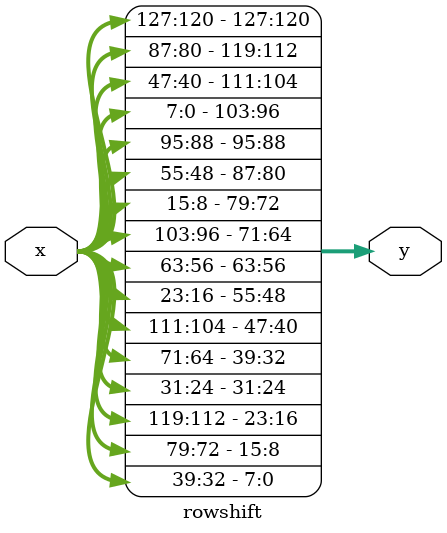
<source format=v>

module rowshift(x,y);

input [127:0] x;
output [127:0] y;

assign y[7:0] = x[39:32]; 
assign y[15:8] = x[79:72];
assign y[23:16] = x[119:112];
assign y[31:24] = x[31:24];
assign y[39:32] = x[71:64];
assign y[47:40] = x[111:104];
assign y[55:48] = x[23:16];
assign y[63:56] = x[63:56];
assign y[71:64] = x[103:96];
assign y[79:72] = x[15:8];
assign y[87:80] = x[55:48];
assign y[95:88] = x[95:88];
assign y[103:96] = x[7:0];
assign y[111:104] = x[47:40];
assign y[119:112] = x[87:80];
assign y[127:120] = x[127:120];

endmodule


</source>
